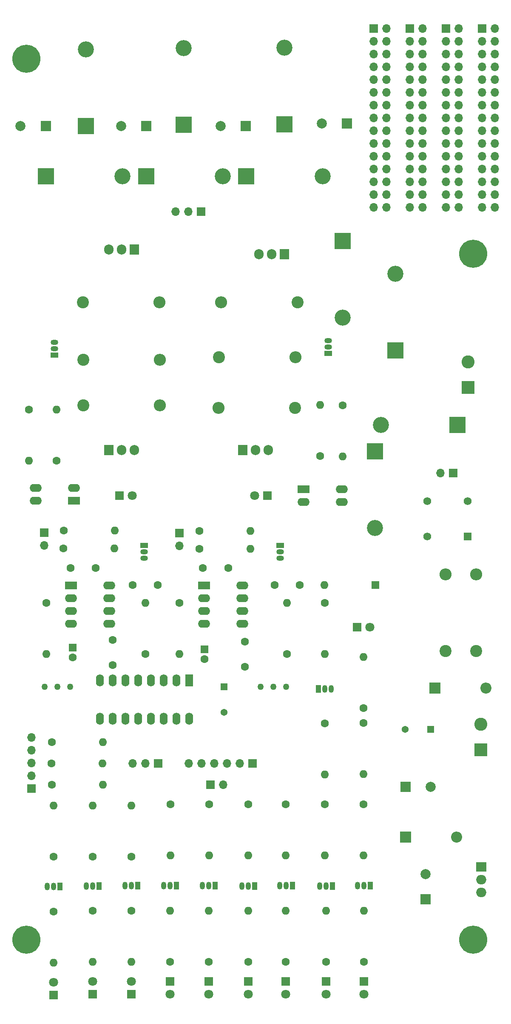
<source format=gbr>
%TF.GenerationSoftware,KiCad,Pcbnew,8.0.6-8.0.6-0~ubuntu22.04.1*%
%TF.CreationDate,2024-10-27T17:12:36+01:00*%
%TF.ProjectId,H_Bridge_BLDC,485f4272-6964-4676-955f-424c44432e6b,rev?*%
%TF.SameCoordinates,Original*%
%TF.FileFunction,Soldermask,Top*%
%TF.FilePolarity,Negative*%
%FSLAX46Y46*%
G04 Gerber Fmt 4.6, Leading zero omitted, Abs format (unit mm)*
G04 Created by KiCad (PCBNEW 8.0.6-8.0.6-0~ubuntu22.04.1) date 2024-10-27 17:12:36*
%MOMM*%
%LPD*%
G01*
G04 APERTURE LIST*
G04 Aperture macros list*
%AMRoundRect*
0 Rectangle with rounded corners*
0 $1 Rounding radius*
0 $2 $3 $4 $5 $6 $7 $8 $9 X,Y pos of 4 corners*
0 Add a 4 corners polygon primitive as box body*
4,1,4,$2,$3,$4,$5,$6,$7,$8,$9,$2,$3,0*
0 Add four circle primitives for the rounded corners*
1,1,$1+$1,$2,$3*
1,1,$1+$1,$4,$5*
1,1,$1+$1,$6,$7*
1,1,$1+$1,$8,$9*
0 Add four rect primitives between the rounded corners*
20,1,$1+$1,$2,$3,$4,$5,0*
20,1,$1+$1,$4,$5,$6,$7,0*
20,1,$1+$1,$6,$7,$8,$9,0*
20,1,$1+$1,$8,$9,$2,$3,0*%
G04 Aperture macros list end*
%ADD10R,1.700000X1.700000*%
%ADD11O,1.700000X1.700000*%
%ADD12C,5.600000*%
%ADD13C,1.600000*%
%ADD14C,1.270000*%
%ADD15O,1.600000X2.400000*%
%ADD16R,1.600000X2.400000*%
%ADD17O,1.600000X1.600000*%
%ADD18O,1.050000X1.500000*%
%ADD19R,1.050000X1.500000*%
%ADD20R,1.905000X2.000000*%
%ADD21O,1.905000X2.000000*%
%ADD22R,1.800000X1.800000*%
%ADD23C,1.800000*%
%ADD24O,3.200000X3.200000*%
%ADD25R,3.200000X3.200000*%
%ADD26R,1.600000X1.600000*%
%ADD27R,1.371600X1.371600*%
%ADD28C,1.371600*%
%ADD29O,2.400000X2.400000*%
%ADD30C,2.400000*%
%ADD31O,2.400000X1.600000*%
%ADD32R,2.400000X1.600000*%
%ADD33C,2.600000*%
%ADD34R,2.600000X2.600000*%
%ADD35O,1.500000X1.050000*%
%ADD36R,1.500000X1.050000*%
%ADD37C,2.000000*%
%ADD38R,2.000000X2.000000*%
%ADD39C,1.562000*%
%ADD40RoundRect,0.102000X0.679000X0.679000X-0.679000X0.679000X-0.679000X-0.679000X0.679000X-0.679000X0*%
%ADD41O,2.200000X2.200000*%
%ADD42R,2.200000X2.200000*%
%ADD43O,2.000000X1.905000*%
%ADD44R,2.000000X1.905000*%
G04 APERTURE END LIST*
D10*
%TO.C,J10*%
X261060000Y-43140000D03*
D11*
X263600000Y-43140000D03*
X261060000Y-45680000D03*
X263600000Y-45680000D03*
X261060000Y-48220000D03*
X263600000Y-48220000D03*
X261060000Y-50760000D03*
X263600000Y-50760000D03*
X261060000Y-53300000D03*
X263600000Y-53300000D03*
X261060000Y-55840000D03*
X263600000Y-55840000D03*
X261060000Y-58380000D03*
X263600000Y-58380000D03*
X261060000Y-60920000D03*
X263600000Y-60920000D03*
X261060000Y-63460000D03*
X263600000Y-63460000D03*
X261060000Y-66000000D03*
X263600000Y-66000000D03*
X261060000Y-68540000D03*
X263600000Y-68540000D03*
X261060000Y-71080000D03*
X263600000Y-71080000D03*
X261060000Y-73620000D03*
X263600000Y-73620000D03*
X261060000Y-76160000D03*
X263600000Y-76160000D03*
X261060000Y-78700000D03*
X263600000Y-78700000D03*
%TD*%
D10*
%TO.C,J9*%
X253860000Y-43140000D03*
D11*
X256400000Y-43140000D03*
X253860000Y-45680000D03*
X256400000Y-45680000D03*
X253860000Y-48220000D03*
X256400000Y-48220000D03*
X253860000Y-50760000D03*
X256400000Y-50760000D03*
X253860000Y-53300000D03*
X256400000Y-53300000D03*
X253860000Y-55840000D03*
X256400000Y-55840000D03*
X253860000Y-58380000D03*
X256400000Y-58380000D03*
X253860000Y-60920000D03*
X256400000Y-60920000D03*
X253860000Y-63460000D03*
X256400000Y-63460000D03*
X253860000Y-66000000D03*
X256400000Y-66000000D03*
X253860000Y-68540000D03*
X256400000Y-68540000D03*
X253860000Y-71080000D03*
X256400000Y-71080000D03*
X253860000Y-73620000D03*
X256400000Y-73620000D03*
X253860000Y-76160000D03*
X256400000Y-76160000D03*
X253860000Y-78700000D03*
X256400000Y-78700000D03*
%TD*%
D10*
%TO.C,J8*%
X246660000Y-43140000D03*
D11*
X249200000Y-43140000D03*
X246660000Y-45680000D03*
X249200000Y-45680000D03*
X246660000Y-48220000D03*
X249200000Y-48220000D03*
X246660000Y-50760000D03*
X249200000Y-50760000D03*
X246660000Y-53300000D03*
X249200000Y-53300000D03*
X246660000Y-55840000D03*
X249200000Y-55840000D03*
X246660000Y-58380000D03*
X249200000Y-58380000D03*
X246660000Y-60920000D03*
X249200000Y-60920000D03*
X246660000Y-63460000D03*
X249200000Y-63460000D03*
X246660000Y-66000000D03*
X249200000Y-66000000D03*
X246660000Y-68540000D03*
X249200000Y-68540000D03*
X246660000Y-71080000D03*
X249200000Y-71080000D03*
X246660000Y-73620000D03*
X249200000Y-73620000D03*
X246660000Y-76160000D03*
X249200000Y-76160000D03*
X246660000Y-78700000D03*
X249200000Y-78700000D03*
%TD*%
D10*
%TO.C,J7*%
X239460000Y-43140000D03*
D11*
X242000000Y-43140000D03*
X239460000Y-45680000D03*
X242000000Y-45680000D03*
X239460000Y-48220000D03*
X242000000Y-48220000D03*
X239460000Y-50760000D03*
X242000000Y-50760000D03*
X239460000Y-53300000D03*
X242000000Y-53300000D03*
X239460000Y-55840000D03*
X242000000Y-55840000D03*
X239460000Y-58380000D03*
X242000000Y-58380000D03*
X239460000Y-60920000D03*
X242000000Y-60920000D03*
X239460000Y-63460000D03*
X242000000Y-63460000D03*
X239460000Y-66000000D03*
X242000000Y-66000000D03*
X239460000Y-68540000D03*
X242000000Y-68540000D03*
X239460000Y-71080000D03*
X242000000Y-71080000D03*
X239460000Y-73620000D03*
X242000000Y-73620000D03*
X239460000Y-76160000D03*
X242000000Y-76160000D03*
X239460000Y-78700000D03*
X242000000Y-78700000D03*
%TD*%
D12*
%TO.C,H4*%
X259300000Y-224300000D03*
%TD*%
%TO.C,H3*%
X170300000Y-224300000D03*
%TD*%
%TO.C,H2*%
X259300000Y-87900000D03*
%TD*%
%TO.C,H1*%
X170300000Y-49100000D03*
%TD*%
D13*
%TO.C,C16*%
X184100000Y-150400000D03*
X179100000Y-150400000D03*
%TD*%
%TO.C,C12*%
X210500000Y-150400000D03*
X205500000Y-150400000D03*
%TD*%
D14*
%TO.C,R21*%
X173960000Y-174000000D03*
X176500000Y-174000000D03*
X179040000Y-174000000D03*
%TD*%
%TO.C,R27*%
X216960000Y-174000000D03*
X219500000Y-174000000D03*
X222040000Y-174000000D03*
%TD*%
D15*
%TO.C,U3*%
X202790000Y-180370000D03*
X200250000Y-180370000D03*
X197710000Y-180370000D03*
X195170000Y-180370000D03*
X192630000Y-180370000D03*
X190090000Y-180370000D03*
X187550000Y-180370000D03*
X185010000Y-180370000D03*
X185010000Y-172750000D03*
X187550000Y-172750000D03*
X190090000Y-172750000D03*
X192630000Y-172750000D03*
X195170000Y-172750000D03*
X197710000Y-172750000D03*
X200250000Y-172750000D03*
D16*
X202790000Y-172750000D03*
%TD*%
D11*
%TO.C,J6*%
X191455000Y-189250000D03*
X193995000Y-189250000D03*
D10*
X196535000Y-189250000D03*
%TD*%
D13*
%TO.C,R47*%
X175750000Y-218670000D03*
D17*
X175750000Y-228830000D03*
%TD*%
%TO.C,R46*%
X175750000Y-197590000D03*
D13*
X175750000Y-207750000D03*
%TD*%
D17*
%TO.C,R45*%
X185580000Y-185000000D03*
D13*
X175420000Y-185000000D03*
%TD*%
D17*
%TO.C,R44*%
X183505000Y-228660000D03*
D13*
X183505000Y-218500000D03*
%TD*%
D17*
%TO.C,R43*%
X183500000Y-197590000D03*
D13*
X183500000Y-207750000D03*
%TD*%
D17*
%TO.C,R42*%
X185500000Y-189250000D03*
D13*
X175340000Y-189250000D03*
%TD*%
%TO.C,R22*%
X191270000Y-218500000D03*
D17*
X191270000Y-228660000D03*
%TD*%
%TO.C,R16*%
X191270000Y-197590000D03*
D13*
X191270000Y-207750000D03*
%TD*%
D17*
%TO.C,R15*%
X185580000Y-193500000D03*
D13*
X175420000Y-193500000D03*
%TD*%
D18*
%TO.C,Q18*%
X174460000Y-213700000D03*
X175730000Y-213700000D03*
D19*
X177000000Y-213700000D03*
%TD*%
%TO.C,Q8*%
X184800000Y-213580000D03*
D18*
X183530000Y-213580000D03*
X182260000Y-213580000D03*
%TD*%
%TO.C,Q7*%
X189960000Y-213500000D03*
X191230000Y-213500000D03*
D19*
X192500000Y-213500000D03*
%TD*%
D20*
%TO.C,Q5*%
X213460000Y-126945000D03*
D21*
X216000000Y-126945000D03*
X218540000Y-126945000D03*
%TD*%
%TO.C,Q4*%
X216671250Y-88000000D03*
X219211250Y-88000000D03*
D20*
X221751250Y-88000000D03*
%TD*%
D21*
%TO.C,Q3*%
X186710000Y-87000000D03*
X189250000Y-87000000D03*
D20*
X191790000Y-87000000D03*
%TD*%
D21*
%TO.C,Q2*%
X191790000Y-126945000D03*
X189250000Y-126945000D03*
D20*
X186710000Y-126945000D03*
%TD*%
D11*
%TO.C,J5*%
X171330000Y-184090000D03*
X171330000Y-186630000D03*
X171330000Y-189170000D03*
X171330000Y-191710000D03*
D10*
X171330000Y-194250000D03*
%TD*%
D22*
%TO.C,D25*%
X175750000Y-235300000D03*
D23*
X175750000Y-232760000D03*
%TD*%
%TO.C,D24*%
X183505000Y-232590000D03*
D22*
X183505000Y-235130000D03*
%TD*%
%TO.C,D1*%
X191270000Y-235130000D03*
D23*
X191270000Y-232590000D03*
%TD*%
D24*
%TO.C,D20*%
X243838750Y-91880000D03*
D25*
X243838750Y-107120000D03*
%TD*%
D13*
%TO.C,C11*%
X179543750Y-168180000D03*
D26*
X179543750Y-166180000D03*
%TD*%
D24*
%TO.C,D2*%
X221681250Y-46880000D03*
D25*
X221681250Y-62120000D03*
%TD*%
D24*
%TO.C,D3*%
X201681250Y-47000000D03*
D25*
X201681250Y-62240000D03*
%TD*%
D27*
%TO.C,C2*%
X209655000Y-174000000D03*
D28*
X209655000Y-179080000D03*
%TD*%
D17*
%TO.C,D19*%
X229670000Y-153750000D03*
D26*
X239830000Y-153750000D03*
%TD*%
D29*
%TO.C,R41*%
X259888750Y-151650000D03*
D30*
X259888750Y-166890000D03*
%TD*%
D17*
%TO.C,R18*%
X194043750Y-157340000D03*
D13*
X194043750Y-167500000D03*
%TD*%
D22*
%TO.C,D17*%
X198937500Y-232580000D03*
D23*
X198937500Y-235120000D03*
%TD*%
D31*
%TO.C,U7*%
X213338750Y-153880000D03*
X213338750Y-156420000D03*
X213338750Y-158960000D03*
X213338750Y-161500000D03*
X205718750Y-161500000D03*
X205718750Y-158960000D03*
X205718750Y-156420000D03*
D32*
X205718750Y-153880000D03*
%TD*%
D29*
%TO.C,R8*%
X223958750Y-108500000D03*
D30*
X208718750Y-108500000D03*
%TD*%
D33*
%TO.C,J1*%
X258263750Y-109420000D03*
D34*
X258263750Y-114500000D03*
%TD*%
D17*
%TO.C,R10*%
X233338750Y-128160000D03*
D13*
X233338750Y-118000000D03*
%TD*%
D35*
%TO.C,Q11*%
X220900000Y-148440000D03*
X220900000Y-147170000D03*
D36*
X220900000Y-145900000D03*
%TD*%
D17*
%TO.C,R11*%
X237500000Y-191330000D03*
D13*
X237500000Y-181170000D03*
%TD*%
D29*
%TO.C,R7*%
X208598750Y-118500000D03*
D30*
X223838750Y-118500000D03*
%TD*%
D23*
%TO.C,D11*%
X215798750Y-136000000D03*
D22*
X218338750Y-136000000D03*
%TD*%
D33*
%TO.C,J4*%
X260838750Y-181420000D03*
D34*
X260838750Y-186500000D03*
%TD*%
D17*
%TO.C,R34*%
X214500000Y-207500000D03*
D13*
X214500000Y-197340000D03*
%TD*%
D29*
%TO.C,R40*%
X253838750Y-151650000D03*
D30*
X253838750Y-166890000D03*
%TD*%
D18*
%TO.C,Q16*%
X205360000Y-213500000D03*
X206630000Y-213500000D03*
D19*
X207900000Y-213500000D03*
%TD*%
D37*
%TO.C,C1*%
X249838750Y-211230177D03*
D38*
X249838750Y-216230177D03*
%TD*%
D18*
%TO.C,Q14*%
X220760000Y-213500000D03*
X222030000Y-213500000D03*
D19*
X223300000Y-213500000D03*
%TD*%
D39*
%TO.C,FL1*%
X250200000Y-144100000D03*
X250200000Y-137100000D03*
X258200000Y-137100000D03*
D40*
X258200000Y-144100000D03*
%TD*%
D17*
%TO.C,R29*%
X237520000Y-218500000D03*
D13*
X237520000Y-228660000D03*
%TD*%
D11*
%TO.C,JP5*%
X200838750Y-146000000D03*
D10*
X200838750Y-143460000D03*
%TD*%
D18*
%TO.C,Q13*%
X228760000Y-213580000D03*
X230030000Y-213580000D03*
D19*
X231300000Y-213580000D03*
%TD*%
D13*
%TO.C,C14*%
X224750000Y-153750000D03*
X219750000Y-153750000D03*
%TD*%
D17*
%TO.C,R30*%
X229750000Y-207500000D03*
D13*
X229750000Y-197340000D03*
%TD*%
D11*
%TO.C,JP1*%
X200021250Y-79506162D03*
X202561250Y-79506162D03*
D10*
X205101250Y-79506162D03*
%TD*%
D13*
%TO.C,R33*%
X222000000Y-228660000D03*
D17*
X222000000Y-218500000D03*
%TD*%
%TO.C,R12*%
X237500000Y-168090000D03*
D13*
X237500000Y-178250000D03*
%TD*%
%TO.C,C15*%
X205838750Y-168500000D03*
D26*
X205838750Y-166500000D03*
%TD*%
D24*
%TO.C,D7*%
X189421250Y-72500000D03*
D25*
X174181250Y-72500000D03*
%TD*%
D24*
%TO.C,D22*%
X239750000Y-142370000D03*
D25*
X239750000Y-127130000D03*
%TD*%
D10*
%TO.C,J2*%
X215330000Y-189250000D03*
D11*
X212790000Y-189250000D03*
X210250000Y-189250000D03*
X207710000Y-189250000D03*
X205170000Y-189250000D03*
X202630000Y-189250000D03*
%TD*%
D24*
%TO.C,D6*%
X209421250Y-72500000D03*
D25*
X194181250Y-72500000D03*
%TD*%
D37*
%TO.C,C6*%
X169181250Y-62500000D03*
D38*
X174181250Y-62500000D03*
%TD*%
D29*
%TO.C,R4*%
X196921250Y-118000000D03*
D30*
X181681250Y-118000000D03*
%TD*%
D17*
%TO.C,R2*%
X170838750Y-129000000D03*
D13*
X170838750Y-118840000D03*
%TD*%
%TO.C,C9*%
X187543750Y-164680000D03*
X187543750Y-169680000D03*
%TD*%
D35*
%TO.C,Q1*%
X175941250Y-105460000D03*
X175941250Y-106730000D03*
D36*
X175941250Y-108000000D03*
%TD*%
D18*
%TO.C,Q15*%
X213260000Y-213600000D03*
X214530000Y-213600000D03*
D19*
X215800000Y-213600000D03*
%TD*%
D24*
%TO.C,D23*%
X240958750Y-121955000D03*
D25*
X256198750Y-121955000D03*
%TD*%
D13*
%TO.C,R35*%
X214525000Y-228660000D03*
D17*
X214525000Y-218500000D03*
%TD*%
D37*
%TO.C,C7*%
X250838750Y-193920000D03*
D38*
X245838750Y-193920000D03*
%TD*%
D35*
%TO.C,Q9*%
X193800000Y-148440000D03*
X193800000Y-147170000D03*
D36*
X193800000Y-145900000D03*
%TD*%
D11*
%TO.C,JP4*%
X173838750Y-145880000D03*
D10*
X173838750Y-143340000D03*
%TD*%
D22*
%TO.C,D15*%
X214525000Y-232580000D03*
D23*
X214525000Y-235120000D03*
%TD*%
D41*
%TO.C,D18*%
X261838750Y-174270000D03*
D42*
X251678750Y-174270000D03*
%TD*%
D31*
%TO.C,U1*%
X172218750Y-137000000D03*
X172218750Y-134460000D03*
X179838750Y-134460000D03*
D32*
X179838750Y-137000000D03*
%TD*%
D22*
%TO.C,D14*%
X222000000Y-232580000D03*
D23*
X222000000Y-235120000D03*
%TD*%
D17*
%TO.C,R19*%
X174338750Y-167500000D03*
D13*
X174338750Y-157340000D03*
%TD*%
D22*
%TO.C,D13*%
X230020000Y-232580000D03*
D23*
X230020000Y-235120000D03*
%TD*%
D31*
%TO.C,U4*%
X233133750Y-134725000D03*
X233133750Y-137265000D03*
X225513750Y-137265000D03*
D32*
X225513750Y-134725000D03*
%TD*%
D17*
%TO.C,R1*%
X176338750Y-118840000D03*
D13*
X176338750Y-129000000D03*
%TD*%
D29*
%TO.C,R5*%
X196801250Y-97500000D03*
D30*
X181561250Y-97500000D03*
%TD*%
D13*
%TO.C,R37*%
X206625000Y-228660000D03*
D17*
X206625000Y-218500000D03*
%TD*%
D19*
%TO.C,Q17*%
X200200000Y-213500000D03*
D18*
X198930000Y-213500000D03*
X197660000Y-213500000D03*
%TD*%
D17*
%TO.C,R13*%
X229750000Y-191410000D03*
D13*
X229750000Y-181250000D03*
%TD*%
D22*
%TO.C,D12*%
X237520000Y-232580000D03*
D23*
X237520000Y-235120000D03*
%TD*%
D27*
%TO.C,C8*%
X250878750Y-182420000D03*
D28*
X245798750Y-182420000D03*
%TD*%
D29*
%TO.C,R3*%
X196921250Y-109000000D03*
D30*
X181681250Y-109000000D03*
%TD*%
D18*
%TO.C,Q12*%
X236260000Y-213500000D03*
X237530000Y-213500000D03*
D19*
X238800000Y-213500000D03*
%TD*%
D13*
%TO.C,C10*%
X196500000Y-153750000D03*
X191500000Y-153750000D03*
%TD*%
D18*
%TO.C,Q10*%
X231000000Y-174420000D03*
X229730000Y-174420000D03*
D19*
X228460000Y-174420000D03*
%TD*%
D17*
%TO.C,R36*%
X206750000Y-207500000D03*
D13*
X206750000Y-197340000D03*
%TD*%
D17*
%TO.C,R39*%
X198937500Y-218500000D03*
D13*
X198937500Y-228660000D03*
%TD*%
D23*
%TO.C,D9*%
X191378750Y-136000000D03*
D22*
X188838750Y-136000000D03*
%TD*%
D17*
%TO.C,R24*%
X222250000Y-157340000D03*
D13*
X222250000Y-167500000D03*
%TD*%
D17*
%TO.C,R38*%
X199000000Y-207500000D03*
D13*
X199000000Y-197340000D03*
%TD*%
D37*
%TO.C,C4*%
X209048927Y-62500000D03*
D38*
X214048927Y-62500000D03*
%TD*%
D17*
%TO.C,R17*%
X187880000Y-146500000D03*
D13*
X177720000Y-146500000D03*
%TD*%
D17*
%TO.C,R20*%
X187918750Y-142880000D03*
D13*
X177758750Y-142880000D03*
%TD*%
D17*
%TO.C,R28*%
X237500000Y-207500000D03*
D13*
X237500000Y-197340000D03*
%TD*%
D17*
%TO.C,R23*%
X214918750Y-146600000D03*
D13*
X204758750Y-146600000D03*
%TD*%
D36*
%TO.C,Q6*%
X230478750Y-107700000D03*
D35*
X230478750Y-106430000D03*
X230478750Y-105160000D03*
%TD*%
D17*
%TO.C,R14*%
X229750000Y-167500000D03*
D13*
X229750000Y-157340000D03*
%TD*%
D22*
%TO.C,D16*%
X206625000Y-232580000D03*
D23*
X206625000Y-235120000D03*
%TD*%
D24*
%TO.C,D5*%
X229301250Y-72500000D03*
D25*
X214061250Y-72500000D03*
%TD*%
D41*
%TO.C,D8*%
X255998750Y-203862500D03*
D42*
X245838750Y-203862500D03*
%TD*%
D31*
%TO.C,U6*%
X186838750Y-153880000D03*
X186838750Y-156420000D03*
X186838750Y-158960000D03*
X186838750Y-161500000D03*
X179218750Y-161500000D03*
X179218750Y-158960000D03*
X179218750Y-156420000D03*
D32*
X179218750Y-153880000D03*
%TD*%
D24*
%TO.C,D4*%
X182181250Y-47260000D03*
D25*
X182181250Y-62500000D03*
%TD*%
D17*
%TO.C,R26*%
X214918750Y-143000000D03*
D13*
X204758750Y-143000000D03*
%TD*%
D24*
%TO.C,D21*%
X233338750Y-100620000D03*
D25*
X233338750Y-85380000D03*
%TD*%
D37*
%TO.C,C5*%
X189181250Y-62500000D03*
D38*
X194181250Y-62500000D03*
%TD*%
D29*
%TO.C,R6*%
X209061250Y-97500000D03*
D30*
X224301250Y-97500000D03*
%TD*%
D23*
%TO.C,D10*%
X238765000Y-162170000D03*
D22*
X236225000Y-162170000D03*
%TD*%
D10*
%TO.C,J3*%
X207010000Y-193500000D03*
D11*
X209550000Y-193500000D03*
%TD*%
D17*
%TO.C,R32*%
X222000000Y-207500000D03*
D13*
X222000000Y-197340000D03*
%TD*%
D11*
%TO.C,JP2*%
X252798750Y-131500000D03*
D10*
X255338750Y-131500000D03*
%TD*%
D37*
%TO.C,C3*%
X229181250Y-62000000D03*
D38*
X234181250Y-62000000D03*
%TD*%
D17*
%TO.C,R25*%
X200838750Y-167500000D03*
D13*
X200838750Y-157340000D03*
%TD*%
%TO.C,C13*%
X213838750Y-165000000D03*
X213838750Y-170000000D03*
%TD*%
%TO.C,R31*%
X230020000Y-228660000D03*
D17*
X230020000Y-218500000D03*
%TD*%
%TO.C,R9*%
X228838750Y-117920000D03*
D13*
X228838750Y-128080000D03*
%TD*%
D43*
%TO.C,U2*%
X260893750Y-214902500D03*
X260893750Y-212362500D03*
D44*
X260893750Y-209822500D03*
%TD*%
M02*

</source>
